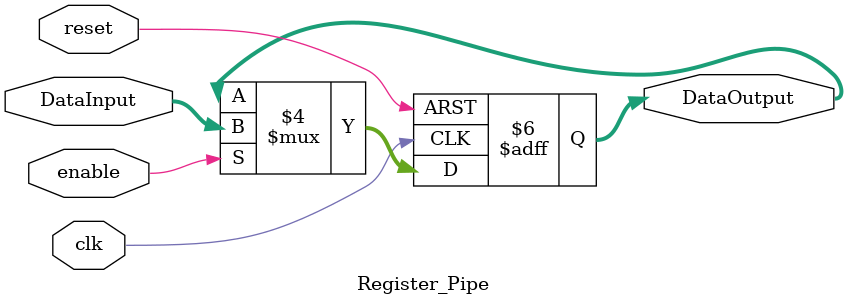
<source format=v>



module Register_Pipe
#(
	parameter N=32
)
(
	input clk,
	input reset,
	input enable,
	input  [32-1:0] DataInput,
	
	
	output reg [32-1:0] DataOutput
);

always@(negedge reset or negedge clk) begin
	if(reset==0)
		DataOutput <= 0;
	else	
		if(enable==1)
			DataOutput<=DataInput;
end

endmodule
</source>
